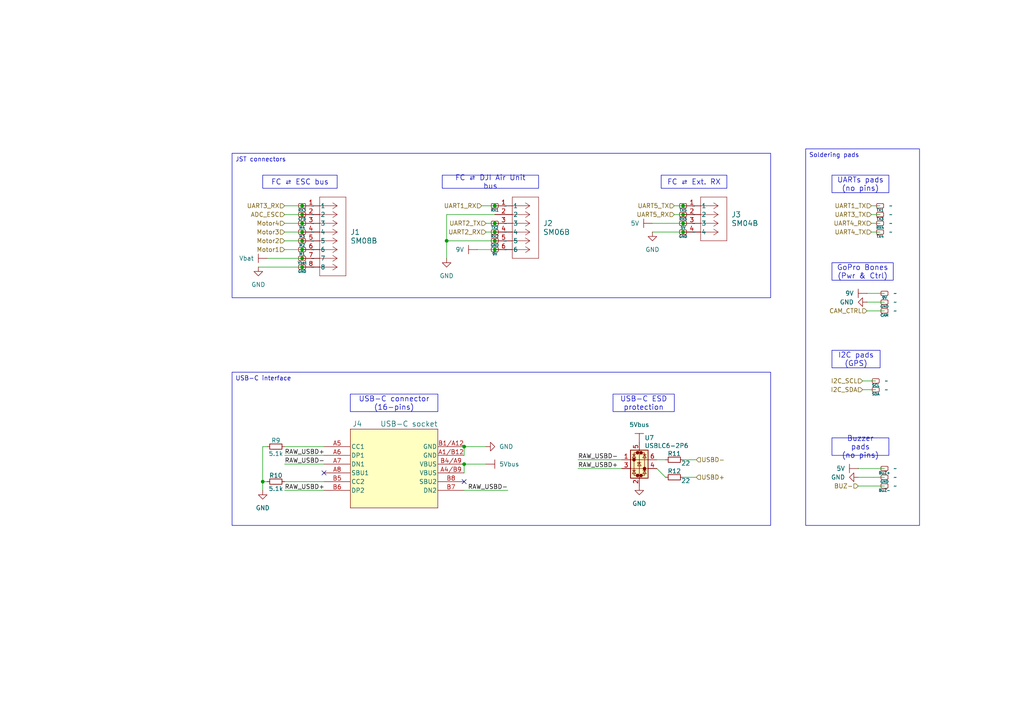
<source format=kicad_sch>
(kicad_sch (version 20231120) (generator "eeschema") (generator_version "8.0")
  (paper "A4")
  (title_block (title "Connectors") (date "2024-07-19") (rev "0.1") (company "https://github.com/Lpwlk/AetherStack") (comment 1 "Loïc Pawlicki"))
  (lib_symbols
    (symbol "MyLib:5V" (power) (pin_numbers hide) (pin_names (offset 0) hide)
      (property "Value" "5V" (at 0 3.81 0))
      (symbol "5V_0_1"
        (polyline (pts (xy -1.27 2.54) (xy 1.27 2.54)))
        (polyline (pts (xy 0 0) (xy 0 2.54)))
      )
      (symbol "5V_1_1"
        (pin power_in line (at 0 0 90) (length 0) (name "~") (number "1"))
      )
    )
    (symbol "MyLib:5Vbus" (power) (pin_numbers hide) (pin_names (offset 0) hide)
      (property "Value" "5Vbus" (at 0 3.81 0))
      (symbol "5Vbus_0_1"
        (polyline (pts (xy -1.27 2.54) (xy 1.27 2.54)))
        (polyline (pts (xy 0 0) (xy 0 2.54)))
      )
      (symbol "5Vbus_1_1"
        (pin power_in line (at 0 0 90) (length 0) (name "~") (number "1"))
      )
    )
    (symbol "MyLib:9V" (power) (pin_numbers hide) (pin_names (offset 0) hide)
      (property "Value" "9V" (at 0 3.81 0))
      (symbol "9V_0_1"
        (polyline (pts (xy -1.27 2.54) (xy 1.27 2.54)))
        (polyline (pts (xy 0 0) (xy 0 2.54)))
      )
      (symbol "9V_1_1"
        (pin power_in line (at 0 0 90) (length 0) (name "~") (number "1"))
      )
    )
    (symbol "MyLib:GND" (power) (pin_numbers hide) (pin_names (offset 0) hide)
      (property "Value" "GND" (at 0 -3.81 0))
      (symbol "GND_0_1"
        (polyline (pts (xy 0 0) (xy 0 -1.27) (xy 1.27 -1.27) (xy 0 -2.54) (xy -1.27 -1.27) (xy 0 -1.27)))
      )
      (symbol "GND_1_1"
        (pin power_in line (at 0 0 270) (length 0) (name "~") (number "1"))
      )
    )
    (symbol "MyLib:R" (pin_numbers hide) (pin_names (offset 0.254) hide)
      (property "Reference" "R" (at 0.762 0.508 0))
      (property "Value" "10k" (at 0.762 -1.016 0))
      (symbol "R_0_1"
        (rectangle (start -0.762 1.778) (end 0.762 -1.778) (stroke (width 0.2032)))
      )
      (symbol "R_1_1"
        (pin passive line (at 0 2.54 270) (length 0.762) (name "~") (number "1"))
        (pin passive line (at 0 -2.54 90) (length 0.762) (name "~") (number "2"))
      )
    )
    (symbol "MyLib:SM04B" (pin_names (offset 0.254))
      (property "Reference" "J" (at 8.89 6.35 0))
      (property "Value" "SM04B" (at 0 0 0))
      (symbol "SM04B_1_1"
        (polyline (pts (xy 5.08 -10.16) (xy 12.7 -10.16)) (stroke (width 0.127)))
        (polyline (pts (xy 5.08 2.54) (xy 5.08 -10.16)) (stroke (width 0.127)))
        (polyline (pts (xy 10.16 -7.62) (xy 5.08 -7.62)) (stroke (width 0.127)))
        (polyline (pts (xy 10.16 -7.62) (xy 8.89 -8.4667)) (stroke (width 0.127)))
        (polyline (pts (xy 10.16 -7.62) (xy 8.89 -6.7733)) (stroke (width 0.127)))
        (polyline (pts (xy 10.16 -5.08) (xy 5.08 -5.08)) (stroke (width 0.127)))
        (polyline (pts (xy 10.16 -5.08) (xy 8.89 -5.9267)) (stroke (width 0.127)))
        (polyline (pts (xy 10.16 -5.08) (xy 8.89 -4.2333)) (stroke (width 0.127)))
        (polyline (pts (xy 10.16 -2.54) (xy 5.08 -2.54)) (stroke (width 0.127)))
        (polyline (pts (xy 10.16 -2.54) (xy 8.89 -3.3867)) (stroke (width 0.127)))
        (polyline (pts (xy 10.16 -2.54) (xy 8.89 -1.6933)) (stroke (width 0.127)))
        (polyline (pts (xy 10.16 0) (xy 5.08 0)) (stroke (width 0.127)))
        (polyline (pts (xy 10.16 0) (xy 8.89 -0.8467)) (stroke (width 0.127)))
        (polyline (pts (xy 10.16 0) (xy 8.89 0.8467)) (stroke (width 0.127)))
        (polyline (pts (xy 12.7 -10.16) (xy 12.7 2.54)) (stroke (width 0.127)))
        (polyline (pts (xy 12.7 2.54) (xy 5.08 2.54)) (stroke (width 0.127)))
        (pin unspecified line (at 0 0 0) (length 5.08) (name "1") (number "1"))
        (pin unspecified line (at 0 -2.54 0) (length 5.08) (name "2") (number "2"))
        (pin unspecified line (at 0 -5.08 0) (length 5.08) (name "3") (number "3"))
        (pin unspecified line (at 0 -7.62 0) (length 5.08) (name "4") (number "4"))
      )
      (symbol "SM04B_1_2"
        (polyline (pts (xy 5.08 -10.16) (xy 12.7 -10.16)) (stroke (width 0.127)))
        (polyline (pts (xy 5.08 2.54) (xy 5.08 -10.16)) (stroke (width 0.127)))
        (polyline (pts (xy 7.62 -7.62) (xy 5.08 -7.62)) (stroke (width 0.127)))
        (polyline (pts (xy 7.62 -7.62) (xy 8.89 -8.4667)) (stroke (width 0.127)))
        (polyline (pts (xy 7.62 -7.62) (xy 8.89 -6.7733)) (stroke (width 0.127)))
        (polyline (pts (xy 7.62 -5.08) (xy 5.08 -5.08)) (stroke (width 0.127)))
        (polyline (pts (xy 7.62 -5.08) (xy 8.89 -5.9267)) (stroke (width 0.127)))
        (polyline (pts (xy 7.62 -5.08) (xy 8.89 -4.2333)) (stroke (width 0.127)))
        (polyline (pts (xy 7.62 -2.54) (xy 5.08 -2.54)) (stroke (width 0.127)))
        (polyline (pts (xy 7.62 -2.54) (xy 8.89 -3.3867)) (stroke (width 0.127)))
        (polyline (pts (xy 7.62 -2.54) (xy 8.89 -1.6933)) (stroke (width 0.127)))
        (polyline (pts (xy 7.62 0) (xy 5.08 0)) (stroke (width 0.127)))
        (polyline (pts (xy 7.62 0) (xy 8.89 -0.8467)) (stroke (width 0.127)))
        (polyline (pts (xy 7.62 0) (xy 8.89 0.8467)) (stroke (width 0.127)))
        (polyline (pts (xy 12.7 -10.16) (xy 12.7 2.54)) (stroke (width 0.127)))
        (polyline (pts (xy 12.7 2.54) (xy 5.08 2.54)) (stroke (width 0.127)))
        (pin unspecified line (at 0 0 0) (length 5.08) (name "1") (number "1"))
        (pin unspecified line (at 0 -2.54 0) (length 5.08) (name "2") (number "2"))
        (pin unspecified line (at 0 -5.08 0) (length 5.08) (name "3") (number "3"))
        (pin unspecified line (at 0 -7.62 0) (length 5.08) (name "4") (number "4"))
      )
    )
    (symbol "MyLib:SM06B" (pin_names (offset 0.254))
      (property "Reference" "J" (at 8.89 6.35 0))
      (property "Value" "SM06B" (at 0 0 0))
      (symbol "SM06B_1_1"
        (polyline (pts (xy 5.08 -15.24) (xy 12.7 -15.24)) (stroke (width 0.127)))
        (polyline (pts (xy 5.08 2.54) (xy 5.08 -15.24)) (stroke (width 0.127)))
        (polyline (pts (xy 10.16 -12.7) (xy 5.08 -12.7)) (stroke (width 0.127)))
        (polyline (pts (xy 10.16 -12.7) (xy 8.89 -13.5467)) (stroke (width 0.127)))
        (polyline (pts (xy 10.16 -12.7) (xy 8.89 -11.8533)) (stroke (width 0.127)))
        (polyline (pts (xy 10.16 -10.16) (xy 5.08 -10.16)) (stroke (width 0.127)))
        (polyline (pts (xy 10.16 -10.16) (xy 8.89 -11.0067)) (stroke (width 0.127)))
        (polyline (pts (xy 10.16 -10.16) (xy 8.89 -9.3133)) (stroke (width 0.127)))
        (polyline (pts (xy 10.16 -7.62) (xy 5.08 -7.62)) (stroke (width 0.127)))
        (polyline (pts (xy 10.16 -7.62) (xy 8.89 -8.4667)) (stroke (width 0.127)))
        (polyline (pts (xy 10.16 -7.62) (xy 8.89 -6.7733)) (stroke (width 0.127)))
        (polyline (pts (xy 10.16 -5.08) (xy 5.08 -5.08)) (stroke (width 0.127)))
        (polyline (pts (xy 10.16 -5.08) (xy 8.89 -5.9267)) (stroke (width 0.127)))
        (polyline (pts (xy 10.16 -5.08) (xy 8.89 -4.2333)) (stroke (width 0.127)))
        (polyline (pts (xy 10.16 -2.54) (xy 5.08 -2.54)) (stroke (width 0.127)))
        (polyline (pts (xy 10.16 -2.54) (xy 8.89 -3.3867)) (stroke (width 0.127)))
        (polyline (pts (xy 10.16 -2.54) (xy 8.89 -1.6933)) (stroke (width 0.127)))
        (polyline (pts (xy 10.16 0) (xy 5.08 0)) (stroke (width 0.127)))
        (polyline (pts (xy 10.16 0) (xy 8.89 -0.8467)) (stroke (width 0.127)))
        (polyline (pts (xy 10.16 0) (xy 8.89 0.8467)) (stroke (width 0.127)))
        (polyline (pts (xy 12.7 -15.24) (xy 12.7 2.54)) (stroke (width 0.127)))
        (polyline (pts (xy 12.7 2.54) (xy 5.08 2.54)) (stroke (width 0.127)))
        (pin unspecified line (at 0 0 0) (length 5.08) (name "1") (number "1"))
        (pin unspecified line (at 0 -2.54 0) (length 5.08) (name "2") (number "2"))
        (pin unspecified line (at 0 -5.08 0) (length 5.08) (name "3") (number "3"))
        (pin unspecified line (at 0 -7.62 0) (length 5.08) (name "4") (number "4"))
        (pin unspecified line (at 0 -10.16 0) (length 5.08) (name "5") (number "5"))
        (pin unspecified line (at 0 -12.7 0) (length 5.08) (name "6") (number "6"))
      )
      (symbol "SM06B_1_2"
        (polyline (pts (xy 5.08 -15.24) (xy 12.7 -15.24)) (stroke (width 0.127)))
        (polyline (pts (xy 5.08 2.54) (xy 5.08 -15.24)) (stroke (width 0.127)))
        (polyline (pts (xy 7.62 -12.7) (xy 5.08 -12.7)) (stroke (width 0.127)))
        (polyline (pts (xy 7.62 -12.7) (xy 8.89 -13.5467)) (stroke (width 0.127)))
        (polyline (pts (xy 7.62 -12.7) (xy 8.89 -11.8533)) (stroke (width 0.127)))
        (polyline (pts (xy 7.62 -10.16) (xy 5.08 -10.16)) (stroke (width 0.127)))
        (polyline (pts (xy 7.62 -10.16) (xy 8.89 -11.0067)) (stroke (width 0.127)))
        (polyline (pts (xy 7.62 -10.16) (xy 8.89 -9.3133)) (stroke (width 0.127)))
        (polyline (pts (xy 7.62 -7.62) (xy 5.08 -7.62)) (stroke (width 0.127)))
        (polyline (pts (xy 7.62 -7.62) (xy 8.89 -8.4667)) (stroke (width 0.127)))
        (polyline (pts (xy 7.62 -7.62) (xy 8.89 -6.7733)) (stroke (width 0.127)))
        (polyline (pts (xy 7.62 -5.08) (xy 5.08 -5.08)) (stroke (width 0.127)))
        (polyline (pts (xy 7.62 -5.08) (xy 8.89 -5.9267)) (stroke (width 0.127)))
        (polyline (pts (xy 7.62 -5.08) (xy 8.89 -4.2333)) (stroke (width 0.127)))
        (polyline (pts (xy 7.62 -2.54) (xy 5.08 -2.54)) (stroke (width 0.127)))
        (polyline (pts (xy 7.62 -2.54) (xy 8.89 -3.3867)) (stroke (width 0.127)))
        (polyline (pts (xy 7.62 -2.54) (xy 8.89 -1.6933)) (stroke (width 0.127)))
        (polyline (pts (xy 7.62 0) (xy 5.08 0)) (stroke (width 0.127)))
        (polyline (pts (xy 7.62 0) (xy 8.89 -0.8467)) (stroke (width 0.127)))
        (polyline (pts (xy 7.62 0) (xy 8.89 0.8467)) (stroke (width 0.127)))
        (polyline (pts (xy 12.7 -15.24) (xy 12.7 2.54)) (stroke (width 0.127)))
        (polyline (pts (xy 12.7 2.54) (xy 5.08 2.54)) (stroke (width 0.127)))
        (pin unspecified line (at 0 0 0) (length 5.08) (name "1") (number "1"))
        (pin unspecified line (at 0 -2.54 0) (length 5.08) (name "2") (number "2"))
        (pin unspecified line (at 0 -5.08 0) (length 5.08) (name "3") (number "3"))
        (pin unspecified line (at 0 -7.62 0) (length 5.08) (name "4") (number "4"))
        (pin unspecified line (at 0 -10.16 0) (length 5.08) (name "5") (number "5"))
        (pin unspecified line (at 0 -12.7 0) (length 5.08) (name "6") (number "6"))
      )
    )
    (symbol "MyLib:SM08B" (pin_names (offset 0.254))
      (property "Reference" "J" (at 8.89 6.35 0))
      (property "Value" "SM08B" (at 0 0 0))
      (symbol "SM08B_1_1"
        (polyline (pts (xy 5.08 -20.32) (xy 12.7 -20.32)) (stroke (width 0.127)))
        (polyline (pts (xy 5.08 2.54) (xy 5.08 -20.32)) (stroke (width 0.127)))
        (polyline (pts (xy 10.16 -17.78) (xy 5.08 -17.78)) (stroke (width 0.127)))
        (polyline (pts (xy 10.16 -17.78) (xy 8.89 -18.6267)) (stroke (width 0.127)))
        (polyline (pts (xy 10.16 -17.78) (xy 8.89 -16.9333)) (stroke (width 0.127)))
        (polyline (pts (xy 10.16 -15.24) (xy 5.08 -15.24)) (stroke (width 0.127)))
        (polyline (pts (xy 10.16 -15.24) (xy 8.89 -16.0867)) (stroke (width 0.127)))
        (polyline (pts (xy 10.16 -15.24) (xy 8.89 -14.3933)) (stroke (width 0.127)))
        (polyline (pts (xy 10.16 -12.7) (xy 5.08 -12.7)) (stroke (width 0.127)))
        (polyline (pts (xy 10.16 -12.7) (xy 8.89 -13.5467)) (stroke (width 0.127)))
        (polyline (pts (xy 10.16 -12.7) (xy 8.89 -11.8533)) (stroke (width 0.127)))
        (polyline (pts (xy 10.16 -10.16) (xy 5.08 -10.16)) (stroke (width 0.127)))
        (polyline (pts (xy 10.16 -10.16) (xy 8.89 -11.0067)) (stroke (width 0.127)))
        (polyline (pts (xy 10.16 -10.16) (xy 8.89 -9.3133)) (stroke (width 0.127)))
        (polyline (pts (xy 10.16 -7.62) (xy 5.08 -7.62)) (stroke (width 0.127)))
        (polyline (pts (xy 10.16 -7.62) (xy 8.89 -8.4667)) (stroke (width 0.127)))
        (polyline (pts (xy 10.16 -7.62) (xy 8.89 -6.7733)) (stroke (width 0.127)))
        (polyline (pts (xy 10.16 -5.08) (xy 5.08 -5.08)) (stroke (width 0.127)))
        (polyline (pts (xy 10.16 -5.08) (xy 8.89 -5.9267)) (stroke (width 0.127)))
        (polyline (pts (xy 10.16 -5.08) (xy 8.89 -4.2333)) (stroke (width 0.127)))
        (polyline (pts (xy 10.16 -2.54) (xy 5.08 -2.54)) (stroke (width 0.127)))
        (polyline (pts (xy 10.16 -2.54) (xy 8.89 -3.3867)) (stroke (width 0.127)))
        (polyline (pts (xy 10.16 -2.54) (xy 8.89 -1.6933)) (stroke (width 0.127)))
        (polyline (pts (xy 10.16 0) (xy 5.08 0)) (stroke (width 0.127)))
        (polyline (pts (xy 10.16 0) (xy 8.89 -0.8467)) (stroke (width 0.127)))
        (polyline (pts (xy 10.16 0) (xy 8.89 0.8467)) (stroke (width 0.127)))
        (polyline (pts (xy 12.7 -20.32) (xy 12.7 2.54)) (stroke (width 0.127)))
        (polyline (pts (xy 12.7 2.54) (xy 5.08 2.54)) (stroke (width 0.127)))
        (pin unspecified line (at 0 0 0) (length 5.08) (name "1") (number "1"))
        (pin unspecified line (at 0 -2.54 0) (length 5.08) (name "2") (number "2"))
        (pin unspecified line (at 0 -5.08 0) (length 5.08) (name "3") (number "3"))
        (pin unspecified line (at 0 -7.62 0) (length 5.08) (name "4") (number "4"))
        (pin unspecified line (at 0 -10.16 0) (length 5.08) (name "5") (number "5"))
        (pin unspecified line (at 0 -12.7 0) (length 5.08) (name "6") (number "6"))
        (pin unspecified line (at 0 -15.24 0) (length 5.08) (name "7") (number "7"))
        (pin unspecified line (at 0 -17.78 0) (length 5.08) (name "8") (number "8"))
      )
      (symbol "SM08B_1_2"
        (polyline (pts (xy 5.08 -20.32) (xy 12.7 -20.32)) (stroke (width 0.127)))
        (polyline (pts (xy 5.08 2.54) (xy 5.08 -20.32)) (stroke (width 0.127)))
        (polyline (pts (xy 7.62 -17.78) (xy 5.08 -17.78)) (stroke (width 0.127)))
        (polyline (pts (xy 7.62 -17.78) (xy 8.89 -18.6267)) (stroke (width 0.127)))
        (polyline (pts (xy 7.62 -17.78) (xy 8.89 -16.9333)) (stroke (width 0.127)))
        (polyline (pts (xy 7.62 -15.24) (xy 5.08 -15.24)) (stroke (width 0.127)))
        (polyline (pts (xy 7.62 -15.24) (xy 8.89 -16.0867)) (stroke (width 0.127)))
        (polyline (pts (xy 7.62 -15.24) (xy 8.89 -14.3933)) (stroke (width 0.127)))
        (polyline (pts (xy 7.62 -12.7) (xy 5.08 -12.7)) (stroke (width 0.127)))
        (polyline (pts (xy 7.62 -12.7) (xy 8.89 -13.5467)) (stroke (width 0.127)))
        (polyline (pts (xy 7.62 -12.7) (xy 8.89 -11.8533)) (stroke (width 0.127)))
        (polyline (pts (xy 7.62 -10.16) (xy 5.08 -10.16)) (stroke (width 0.127)))
        (polyline (pts (xy 7.62 -10.16) (xy 8.89 -11.0067)) (stroke (width 0.127)))
        (polyline (pts (xy 7.62 -10.16) (xy 8.89 -9.3133)) (stroke (width 0.127)))
        (polyline (pts (xy 7.62 -7.62) (xy 5.08 -7.62)) (stroke (width 0.127)))
        (polyline (pts (xy 7.62 -7.62) (xy 8.89 -8.4667)) (stroke (width 0.127)))
        (polyline (pts (xy 7.62 -7.62) (xy 8.89 -6.7733)) (stroke (width 0.127)))
        (polyline (pts (xy 7.62 -5.08) (xy 5.08 -5.08)) (stroke (width 0.127)))
        (polyline (pts (xy 7.62 -5.08) (xy 8.89 -5.9267)) (stroke (width 0.127)))
        (polyline (pts (xy 7.62 -5.08) (xy 8.89 -4.2333)) (stroke (width 0.127)))
        (polyline (pts (xy 7.62 -2.54) (xy 5.08 -2.54)) (stroke (width 0.127)))
        (polyline (pts (xy 7.62 -2.54) (xy 8.89 -3.3867)) (stroke (width 0.127)))
        (polyline (pts (xy 7.62 -2.54) (xy 8.89 -1.6933)) (stroke (width 0.127)))
        (polyline (pts (xy 7.62 0) (xy 5.08 0)) (stroke (width 0.127)))
        (polyline (pts (xy 7.62 0) (xy 8.89 -0.8467)) (stroke (width 0.127)))
        (polyline (pts (xy 7.62 0) (xy 8.89 0.8467)) (stroke (width 0.127)))
        (polyline (pts (xy 12.7 -20.32) (xy 12.7 2.54)) (stroke (width 0.127)))
        (polyline (pts (xy 12.7 2.54) (xy 5.08 2.54)) (stroke (width 0.127)))
        (pin unspecified line (at 0 0 0) (length 5.08) (name "1") (number "1"))
        (pin unspecified line (at 0 -2.54 0) (length 5.08) (name "2") (number "2"))
        (pin unspecified line (at 0 -5.08 0) (length 5.08) (name "3") (number "3"))
        (pin unspecified line (at 0 -7.62 0) (length 5.08) (name "4") (number "4"))
        (pin unspecified line (at 0 -10.16 0) (length 5.08) (name "5") (number "5"))
        (pin unspecified line (at 0 -12.7 0) (length 5.08) (name "6") (number "6"))
        (pin unspecified line (at 0 -15.24 0) (length 5.08) (name "7") (number "7"))
        (pin unspecified line (at 0 -17.78 0) (length 5.08) (name "8") (number "8"))
      )
    )
    (symbol "MyLib:SolderPad"
      (property "Reference" "P" (at 0 -1.27 0))
      (symbol "SolderPad_0_1"
        (arc (start -1.0219 -0.3775) (mid -0.9475 -0.5571) (end -0.7679 -0.6315))
        (arc (start -0.7679 0.6385) (mid -0.9475 0.5641) (end -1.0219 0.3845))
        (polyline (pts (xy -1.0219 0.3845) (xy -1.0219 -0.3775)))
        (polyline (pts (xy -0.7679 -0.6315) (xy 0.7561 -0.6315)))
        (polyline (pts (xy -0.7679 0.6385) (xy 0.7561 0.6385)))
        (polyline (pts (xy 1.0101 0.3845) (xy 1.0101 -0.3775)))
        (arc (start 0.7561 -0.6315) (mid 0.9357 -0.5571) (end 1.0101 -0.3775))
        (arc (start 1.0101 0.3845) (mid 0.9357 0.5641) (end 0.7561 0.6385))
      )
      (symbol "SolderPad_1_1"
        (pin passive line (at 0 0 0) (length 0) hide (name "") (number "1"))
      )
    )
    (symbol "MyLib:USB-C" (pin_names (offset 0.254))
      (property "Reference" "J" (at 20.32 10.16 0))
      (property "Value" "USB-C socket" (at 20.32 7.62 0))
      (symbol "USB-C_0_1"
        (pin power_out line (at 40.64 -2.54 180) (length 7.62) (name "GND") (number "A1/B12"))
        (pin power_in line (at 40.64 -7.62 180) (length 7.62) (name "VBUS") (number "A4/B9"))
        (pin bidirectional line (at 0 0 0) (length 7.62) (name "CC1") (number "A5"))
        (pin bidirectional line (at 0 -2.54 0) (length 7.62) (name "DP1") (number "A6"))
        (pin bidirectional line (at 0 -5.08 0) (length 7.62) (name "DN1") (number "A7"))
        (pin bidirectional line (at 0 -7.62 0) (length 7.62) (name "SBU1") (number "A8"))
        (pin power_out line (at 40.64 0 180) (length 7.62) (name "GND") (number "B1/A12"))
        (pin power_in line (at 40.64 -5.08 180) (length 7.62) (name "VBUS") (number "B4/A9"))
        (pin bidirectional line (at 0 -10.16 0) (length 7.62) (name "CC2") (number "B5"))
        (pin bidirectional line (at 0 -12.7 0) (length 7.62) (name "DP2") (number "B6"))
        (pin bidirectional line (at 40.64 -12.7 180) (length 7.62) (name "DN2") (number "B7"))
        (pin bidirectional line (at 40.64 -10.16 180) (length 7.62) (name "SBU2") (number "B8"))
      )
      (symbol "USB-C_1_1"
        (rectangle (start 7.62 5.08) (end 33.02 -17.78) (fill (type background)))
      )
    )
    (symbol "MyLib:Vbat" (power) (pin_numbers hide) (pin_names (offset 0) hide)
      (property "Value" "Vbat" (at 0 3.81 0))
      (symbol "Vbat_0_1"
        (polyline (pts (xy -1.27 2.54) (xy 1.27 2.54)))
        (polyline (pts (xy 0 0) (xy 0 2.54)))
      )
      (symbol "Vbat_1_1"
        (pin power_in line (at 0 0 90) (length 0) (name "~") (number "1"))
      )
    )
    (symbol "Power_Protection:USBLC6-2P6" (pin_names hide)
      (property "Reference" "U" (at 0.635 5.715 0))
      (property "Value" "USBLC6-2P6" (at 0.635 3.81 0))
      (symbol "USBLC6-2P6_0_0"
        (circle (center -1.524 0) (radius 0.0001) (stroke (width 0.508)))
        (circle (center -0.508 -4.572) (radius 0.0001) (stroke (width 0.508)))
        (circle (center -0.508 2.032) (radius 0.0001) (stroke (width 0.508)))
        (circle (center 0.508 -4.572) (radius 0.0001) (stroke (width 0.508)))
        (circle (center 0.508 2.032) (radius 0.0001) (stroke (width 0.508)))
        (circle (center 1.524 -2.54) (radius 0.0001) (stroke (width 0.508)))
      )
      (symbol "USBLC6-2P6_0_1"
        (polyline (pts (xy -2.54 -2.54) (xy 2.54 -2.54)))
        (polyline (pts (xy -2.54 0) (xy 2.54 0)))
        (polyline (pts (xy -2.032 -3.048) (xy -1.016 -3.048)))
        (polyline (pts (xy -1.016 1.524) (xy -2.032 1.524)))
        (polyline (pts (xy 1.016 -3.048) (xy 2.032 -3.048)))
        (polyline (pts (xy 1.016 1.524) (xy 2.032 1.524)))
        (polyline (pts (xy -0.508 -1.143) (xy -0.508 -0.762) (xy 0.508 -0.762)))
        (polyline (pts (xy -2.032 0.508) (xy -1.016 0.508) (xy -1.524 1.524) (xy -2.032 0.508)))
        (polyline (pts (xy -1.016 -4.064) (xy -2.032 -4.064) (xy -1.524 -3.048) (xy -1.016 -4.064)))
        (polyline (pts (xy 0.508 -1.778) (xy -0.508 -1.778) (xy 0 -0.762) (xy 0.508 -1.778)))
        (polyline (pts (xy 2.032 -4.064) (xy 1.016 -4.064) (xy 1.524 -3.048) (xy 2.032 -4.064)))
        (polyline (pts (xy 2.032 0.508) (xy 1.016 0.508) (xy 1.524 1.524) (xy 2.032 0.508)))
        (polyline (pts (xy 0 2.54) (xy -0.508 2.032) (xy 0.508 2.032) (xy 0 1.524) (xy 0 -4.064) (xy -0.508 -4.572) (xy 0.508 -4.572) (xy 0 -5.08)))
      )
      (symbol "USBLC6-2P6_1_1"
        (rectangle (start -2.54 2.794) (end 2.54 -5.334) (stroke (width 0.254)) (fill (type background)))
        (polyline (pts (xy -0.508 2.032) (xy -1.524 2.032) (xy -1.524 -4.572) (xy -0.508 -4.572)))
        (polyline (pts (xy 0.508 -4.572) (xy 1.524 -4.572) (xy 1.524 2.032) (xy 0.508 2.032)))
        (pin passive line (at -5.08 0 0) (length 2.54) (name "I/O1") (number "1"))
        (pin passive line (at 0 -7.62 90) (length 2.54) (name "GND") (number "2"))
        (pin passive line (at -5.08 -2.54 0) (length 2.54) (name "I/O2") (number "3"))
        (pin passive line (at 5.08 -2.54 180) (length 2.54) (name "I/O2") (number "4"))
        (pin passive line (at 0 5.08 270) (length 2.54) (name "VBUS") (number "5"))
        (pin passive line (at 5.08 0 180) (length 2.54) (name "I/O1") (number "6"))
      )
    )
  )
  (junction (at 87.63 74.93))
  (junction (at 87.63 77.47))
  (junction (at 87.63 72.39))
  (junction (at 198.12 67.31))
  (junction (at 87.63 59.69))
  (junction (at 143.51 59.69))
  (junction (at 143.51 69.85))
  (junction (at 87.63 67.31))
  (junction (at 143.51 72.39))
  (junction (at 87.63 64.77))
  (junction (at 134.62 129.54))
  (junction (at 134.62 134.62))
  (junction (at 76.2 139.7))
  (junction (at 129.54 69.85))
  (junction (at 87.63 69.85))
  (junction (at 143.51 64.77))
  (junction (at 198.12 59.69))
  (junction (at 87.63 62.23))
  (junction (at 198.12 64.77))
  (junction (at 143.51 67.31))
  (junction (at 198.12 62.23))
  (no_connect (at 134.62 139.7))
  (no_connect (at 93.98 137.16))
  (wire (pts (xy 140.97 64.77) (xy 143.51 64.77)))
  (wire (pts (xy 82.55 134.62) (xy 93.98 134.62)))
  (wire (pts (xy 248.92 138.43) (xy 256.54 138.43)))
  (wire (pts (xy 195.58 59.69) (xy 198.12 59.69)))
  (wire (pts (xy 198.12 133.35) (xy 201.93 133.35)))
  (wire (pts (xy 129.54 69.85) (xy 129.54 74.93)))
  (wire (pts (xy 248.92 135.89) (xy 256.54 135.89)))
  (wire (pts (xy 252.73 67.31) (xy 255.27 67.31)))
  (wire (pts (xy 82.55 59.69) (xy 87.63 59.69)))
  (wire (pts (xy 190.5 133.35) (xy 193.04 133.35)))
  (wire (pts (xy 134.62 134.62) (xy 140.97 134.62)))
  (wire (pts (xy 82.55 142.24) (xy 93.98 142.24)))
  (wire (pts (xy 189.23 64.77) (xy 198.12 64.77)))
  (wire (pts (xy 129.54 62.23) (xy 143.51 62.23)))
  (wire (pts (xy 248.92 140.97) (xy 256.54 140.97)))
  (wire (pts (xy 134.62 129.54) (xy 134.62 132.08)))
  (wire (pts (xy 77.47 74.93) (xy 87.63 74.93)))
  (wire (pts (xy 82.55 129.54) (xy 93.98 129.54)))
  (wire (pts (xy 82.55 132.08) (xy 93.98 132.08)))
  (wire (pts (xy 138.43 72.39) (xy 143.51 72.39)))
  (wire (pts (xy 134.62 134.62) (xy 134.62 137.16)))
  (wire (pts (xy 74.93 77.47) (xy 87.63 77.47)))
  (wire (pts (xy 143.51 69.85) (xy 129.54 69.85)))
  (wire (pts (xy 252.73 59.69) (xy 255.27 59.69)))
  (wire (pts (xy 139.7 59.69) (xy 143.51 59.69)))
  (wire (pts (xy 252.73 62.23) (xy 255.27 62.23)))
  (wire (pts (xy 82.55 69.85) (xy 87.63 69.85)))
  (wire (pts (xy 82.55 62.23) (xy 87.63 62.23)))
  (wire (pts (xy 82.55 67.31) (xy 87.63 67.31)))
  (wire (pts (xy 195.58 62.23) (xy 198.12 62.23)))
  (wire (pts (xy 134.62 129.54) (xy 140.97 129.54)))
  (wire (pts (xy 198.12 138.43) (xy 201.93 138.43)))
  (wire (pts (xy 140.97 67.31) (xy 143.51 67.31)))
  (wire (pts (xy 76.2 142.24) (xy 76.2 139.7)))
  (wire (pts (xy 134.62 142.24) (xy 147.32 142.24)))
  (wire (pts (xy 82.55 139.7) (xy 93.98 139.7)))
  (wire (pts (xy 82.55 72.39) (xy 87.63 72.39)))
  (wire (pts (xy 129.54 62.23) (xy 129.54 69.85)))
  (wire (pts (xy 82.55 64.77) (xy 87.63 64.77)))
  (wire (pts (xy 252.73 64.77) (xy 255.27 64.77)))
  (wire (pts (xy 251.46 90.17) (xy 256.54 90.17)))
  (wire (pts (xy 76.2 129.54) (xy 76.2 139.7)))
  (wire (pts (xy 251.46 85.09) (xy 256.54 85.09)))
  (wire (pts (xy 167.64 133.35) (xy 180.34 133.35)))
  (wire (pts (xy 189.23 67.31) (xy 198.12 67.31)))
  (wire (pts (xy 76.2 129.54) (xy 77.47 129.54)))
  (wire (pts (xy 250.19 110.49) (xy 254 110.49)))
  (wire (pts (xy 250.19 113.03) (xy 254 113.03)))
  (wire (pts (xy 190.5 135.89) (xy 193.04 138.43)))
  (wire (pts (xy 76.2 139.7) (xy 77.47 139.7)))
  (wire (pts (xy 251.46 87.63) (xy 256.54 87.63)))
  (wire (pts (xy 167.64 135.89) (xy 180.34 135.89)))
  (text_box "FC ⇄ Ext. RX" (at 191.77 50.8 0) (size 19.05 3.81) (effects (font (size 1.524 1.524))))
  (text_box "UARTs pads\n(no pins)\n" (at 241.3 50.8 0) (size 16.51 5.08) (effects (font (size 1.524 1.524))))
  (text_box "Soldering pads" (at 233.68 43.18 0) (size 33.02 109.22) (effects (font (size 1.27 1.27)) (justify left top)))
  (text_box "USB-C connector\n(16-pins)" (at 101.6 114.3 0) (size 25.4 5.08) (effects (font (size 1.524 1.524))))
  (text_box "Buzzer pads\n(no pins)" (at 241.3 127 0) (size 16.51 5.08) (effects (font (size 1.524 1.524))))
  (text_box "JST connectors" (at 67.31 44.45 0) (size 156.21 41.91) (effects (font (size 1.27 1.27)) (justify left top)))
  (text_box "USB-C ESD protection" (at 177.8 114.3 0) (size 17.78 5.08) (effects (font (size 1.524 1.524))))
  (text_box "USB-C interface" (at 67.31 107.95 0) (size 156.21 44.45) (effects (font (size 1.27 1.27)) (justify left top)))
  (text_box "FC ⇄ DJI Air Unit bus" (at 128.27 50.8 0) (size 27.94 3.81) (effects (font (size 1.524 1.524))))
  (text_box "FC ⇄ ESC bus" (at 76.2 50.8 0) (size 21.59 3.81) (effects (font (size 1.524 1.524))))
  (text_box "GoPro Bones (Pwr & Ctrl)" (at 241.3 76.2 0) (size 17.78 5.08) (effects (font (size 1.524 1.524))))
  (text_box "I2C pads (GPS)" (at 241.3 101.6 0) (size 13.97 5.08) (effects (font (size 1.524 1.524))))
  (label "RAW_USBD+" (at 167.64 135.89 0))
  (label "RAW_USBD-" (at 82.55 134.62 0))
  (label "RAW_USBD+" (at 82.55 132.08 0))
  (label "RAW_USBD+" (at 82.55 142.24 0))
  (label "RAW_USBD-" (at 167.64 133.35 0))
  (label "RAW_USBD-" (at 147.32 142.24 180))
  (hierarchical_label "I2C_SDA" (shape input) (at 250.19 113.03 180))
  (hierarchical_label "BUZ-" (shape input) (at 248.92 140.97 180))
  (hierarchical_label "Motor1" (shape input) (at 82.55 72.39 180))
  (hierarchical_label "UART1_TX" (shape input) (at 252.73 59.69 180))
  (hierarchical_label "UART3_TX" (shape input) (at 252.73 62.23 180))
  (hierarchical_label "USBD+" (shape input) (at 201.93 138.43 0))
  (hierarchical_label "UART2_TX" (shape input) (at 140.97 64.77 180))
  (hierarchical_label "I2C_SCL" (shape input) (at 250.19 110.49 180))
  (hierarchical_label "UART5_TX" (shape input) (at 195.58 59.69 180))
  (hierarchical_label "Motor3" (shape input) (at 82.55 67.31 180))
  (hierarchical_label "UART5_RX" (shape input) (at 195.58 62.23 180))
  (hierarchical_label "UART4_TX" (shape input) (at 252.73 67.31 180))
  (hierarchical_label "UART2_RX" (shape input) (at 140.97 67.31 180))
  (hierarchical_label "ADC_ESC" (shape input) (at 82.55 62.23 180))
  (hierarchical_label "USBD-" (shape input) (at 201.93 133.35 0))
  (hierarchical_label "UART1_RX" (shape input) (at 139.7 59.69 180))
  (hierarchical_label "Motor2" (shape input) (at 82.55 69.85 180))
  (hierarchical_label "CAM_CTRL" (shape input) (at 251.46 90.17 180))
  (hierarchical_label "UART3_RX" (shape input) (at 82.55 59.69 180))
  (hierarchical_label "Motor4" (shape input) (at 82.55 64.77 180))
  (hierarchical_label "UART4_RX" (shape input) (at 252.73 64.77 180))
  (symbol (lib_id "MyLib:SolderPad") (at 87.63 69.85 0) (unit 1)
    (property "Reference" "M2" (at 87.63 71.12 0) (effects (font (size 0.762 0.762))))
    (property "Value" "~" (at 90.17 69.8465 0) (effects (justify left)))
    (property "Footprint" "SolderWirePad_1x01_SMD_1x2mm" (effects (hide yes)))
    (property "Datasheet" "Homemade soldering pad symbol, no documentation" (effects (hide yes)))
    (property "Description" "Base 1x2mm soldering pad (JST connectors alternative)" (effects (hide yes)))
  )
  (symbol (lib_id "MyLib:SolderPad") (at 256.54 85.09 0) (unit 1)
    (property "Reference" "9V" (at 256.54 86.36 0) (effects (font (size 0.762 0.762))))
    (property "Value" "~" (at 259.08 85.0865 0) (effects (justify left)))
    (property "Footprint" "SolderWirePad_1x01_SMD_1x2mm" (effects (hide yes)))
    (property "Datasheet" "Homemade soldering pad symbol, no documentation" (effects (hide yes)))
    (property "Description" "Base 1x2mm soldering pad (JST connectors alternative)" (effects (hide yes)))
  )
  (symbol (lib_id "MyLib:SolderPad") (at 198.12 62.23 0) (unit 1)
    (property "Reference" "RX5" (at 198.12 63.5 0) (effects (font (size 0.762 0.762))))
    (property "Value" "~" (at 200.66 62.2265 0) (effects (justify left)))
    (property "Footprint" "SolderWirePad_1x01_SMD_1x2mm" (effects (hide yes)))
    (property "Datasheet" "Homemade soldering pad symbol, no documentation" (effects (hide yes)))
    (property "Description" "Base 1x2mm soldering pad (JST connectors alternative)" (effects (hide yes)))
  )
  (symbol (lib_id "MyLib:Vbat") (at 77.47 74.93 90) (unit 1)
    (property "Reference" "#PWR0115" (effects (hide yes)))
    (property "Value" "Vbat" (at 73.66 74.9299 90) (effects (justify left)))
    (property "Description" "Battery voltage power label (global)" (effects (hide yes)))
  )
  (symbol (lib_id "MyLib:SolderPad") (at 143.51 59.69 0) (unit 1)
    (property "Reference" "RX1" (at 143.51 60.96 0) (effects (font (size 0.762 0.762))))
    (property "Value" "~" (at 146.05 59.6865 0) (effects (justify left)))
    (property "Footprint" "SolderWirePad_1x01_SMD_1x2mm" (effects (hide yes)))
    (property "Datasheet" "Homemade soldering pad symbol, no documentation" (effects (hide yes)))
    (property "Description" "Base 1x2mm soldering pad (JST connectors alternative)" (effects (hide yes)))
  )
  (symbol (lib_id "MyLib:GND") (at 251.46 87.63 270) (unit 1)
    (property "Reference" "#PWR030" (effects (hide yes)))
    (property "Value" "GND" (at 247.65 87.6299 90) (effects (justify right)))
    (property "Description" "GND power label (global)" (effects (hide yes)))
  )
  (symbol (lib_id "MyLib:SolderPad") (at 198.12 59.69 0) (unit 1)
    (property "Reference" "TX5" (at 198.12 60.96 0) (effects (font (size 0.762 0.762))))
    (property "Value" "~" (at 200.66 59.6865 0) (effects (justify left)))
    (property "Footprint" "SolderWirePad_1x01_SMD_1x2mm" (effects (hide yes)))
    (property "Datasheet" "Homemade soldering pad symbol, no documentation" (effects (hide yes)))
    (property "Description" "Base 1x2mm soldering pad (JST connectors alternative)" (effects (hide yes)))
  )
  (symbol (lib_id "MyLib:SolderPad") (at 87.63 72.39 0) (unit 1)
    (property "Reference" "M1" (at 87.63 73.66 0) (effects (font (size 0.762 0.762))))
    (property "Value" "~" (at 90.17 72.3865 0) (effects (justify left)))
    (property "Footprint" "SolderWirePad_1x01_SMD_1x2mm" (effects (hide yes)))
    (property "Datasheet" "Homemade soldering pad symbol, no documentation" (effects (hide yes)))
    (property "Description" "Base 1x2mm soldering pad (JST connectors alternative)" (effects (hide yes)))
  )
  (symbol (lib_id "MyLib:GND") (at 248.92 138.43 270) (unit 1)
    (property "Reference" "#PWR026" (effects (hide yes)))
    (property "Value" "GND" (at 245.11 138.4299 90) (effects (justify right)))
    (property "Description" "GND power label (global)" (effects (hide yes)))
  )
  (symbol (lib_id "MyLib:SolderPad") (at 254 113.03 0) (unit 1)
    (property "Reference" "SDA" (at 254 114.3 0) (effects (font (size 0.762 0.762))))
    (property "Value" "~" (at 256.54 113.0265 0) (effects (justify left)))
    (property "Footprint" "Connector_Wire:SolderWirePad_1x01_SMD_1x2mm" (effects (hide yes)))
    (property "Datasheet" "Homemade soldering pad symbol, no documentation" (effects (hide yes)))
    (property "Description" "Base 1x2mm soldering pad (JST connectors alternative)" (effects (hide yes)))
  )
  (symbol (lib_id "MyLib:5Vbus") (at 185.42 128.27 0) (unit 1)
    (property "Reference" "#PWR02" (effects (hide yes)))
    (property "Value" "5Vbus" (at 185.42 123.19 0))
    (property "Description" "USB-C 5V power label (global)" (effects (hide yes)))
  )
  (symbol (lib_id "MyLib:USB-C") (at 93.98 129.54 0) (unit 1)
    (property "Reference" "J4" (at 103.632 122.936 0) (effects (font (size 1.524 1.524))))
    (property "Value" "USB-C socket" (at 118.618 122.936 0) (effects (font (size 1.524 1.524))))
    (property "Footprint" "2171790001_MOL" (effects (hide yes)))
    (property "Datasheet" "2171790001" (effects (hide yes)))
    (property "Description" "USB Connector, Socket, USB-C 2.0, Right Angle, Positions - 16, Molex" (effects (hide yes)))
  )
  (symbol (lib_id "MyLib:SolderPad") (at 256.54 135.89 0) (unit 1)
    (property "Reference" "BUZ+" (at 256.54 137.16 0) (effects (font (size 0.762 0.762))))
    (property "Value" "~" (at 259.08 135.8865 0) (effects (justify left)))
    (property "Footprint" "SolderWirePad_1x01_SMD_1x2mm" (effects (hide yes)))
    (property "Datasheet" "Homemade soldering pad symbol, no documentation" (effects (hide yes)))
    (property "Description" "Base 1x2mm soldering pad (JST connectors alternative)" (effects (hide yes)))
  )
  (symbol (lib_id "MyLib:SolderPad") (at 256.54 90.17 0) (unit 1)
    (property "Reference" "CAM" (at 256.54 91.44 0) (effects (font (size 0.762 0.762))))
    (property "Value" "~" (at 259.08 90.1665 0) (effects (justify left)))
    (property "Footprint" "SolderWirePad_1x01_SMD_1x2mm" (effects (hide yes)))
    (property "Datasheet" "Homemade soldering pad symbol, no documentation" (effects (hide yes)))
    (property "Description" "Base 1x2mm soldering pad (JST connectors alternative)" (effects (hide yes)))
  )
  (symbol (lib_id "MyLib:GND") (at 74.93 77.47 0) (unit 1)
    (property "Reference" "#PWR0116" (effects (hide yes)))
    (property "Value" "GND" (at 74.93 82.55 0))
    (property "Description" "GND power label (global)" (effects (hide yes)))
  )
  (symbol (lib_id "MyLib:9V") (at 138.43 72.39 90) (unit 1)
    (property "Reference" "#PWR0114" (effects (hide yes)))
    (property "Value" "9V" (at 134.62 72.3899 90) (effects (justify left)))
    (property "Description" "9V power label (global)" (effects (hide yes)))
  )
  (symbol (lib_id "MyLib:SolderPad") (at 198.12 64.77 0) (unit 1)
    (property "Reference" "5V" (at 198.12 66.04 0) (effects (font (size 0.762 0.762))))
    (property "Value" "~" (at 200.66 64.7665 0) (effects (justify left)))
    (property "Footprint" "SolderWirePad_1x01_SMD_1x2mm" (effects (hide yes)))
    (property "Datasheet" "Homemade soldering pad symbol, no documentation" (effects (hide yes)))
    (property "Description" "Base 1x2mm soldering pad (JST connectors alternative)" (effects (hide yes)))
  )
  (symbol (lib_id "MyLib:SolderPad") (at 87.63 77.47 0) (unit 1)
    (property "Reference" "GND" (at 87.63 78.74 0) (effects (font (size 0.762 0.762))))
    (property "Value" "~" (at 90.17 77.4665 0) (effects (justify left)))
    (property "Footprint" "SolderWirePad_1x01_SMD_1x2mm" (effects (hide yes)))
    (property "Datasheet" "Homemade soldering pad symbol, no documentation" (effects (hide yes)))
    (property "Description" "Base 1x2mm soldering pad (JST connectors alternative)" (effects (hide yes)))
  )
  (symbol (lib_id "MyLib:SolderPad") (at 143.51 72.39 0) (unit 1)
    (property "Reference" "9V" (at 143.51 73.66 0) (effects (font (size 0.762 0.762))))
    (property "Value" "~" (at 146.05 72.3865 0) (effects (justify left)))
    (property "Footprint" "SolderWirePad_1x01_SMD_1x2mm" (effects (hide yes)))
    (property "Datasheet" "Homemade soldering pad symbol, no documentation" (effects (hide yes)))
    (property "Description" "Base 1x2mm soldering pad (JST connectors alternative)" (effects (hide yes)))
  )
  (symbol (lib_id "MyLib:R") (at 80.01 129.54 90) (unit 1)
    (property "Reference" "R9" (at 80.01 127.762 90))
    (property "Value" "5.1k" (at 80.01 131.572 90))
    (property "Description" "Resistor" (effects (hide yes)))
  )
  (symbol (lib_id "MyLib:GND") (at 140.97 129.54 90) (unit 1)
    (property "Reference" "#PWR013" (effects (hide yes)))
    (property "Value" "GND" (at 144.78 129.5399 90) (effects (justify right)))
    (property "Description" "GND power label (global)" (effects (hide yes)))
  )
  (symbol (lib_id "MyLib:SolderPad") (at 256.54 87.63 0) (unit 1)
    (property "Reference" "GND" (at 256.54 88.9 0) (effects (font (size 0.762 0.762))))
    (property "Value" "~" (at 259.08 87.6265 0) (effects (justify left)))
    (property "Footprint" "SolderWirePad_1x01_SMD_1x2mm" (effects (hide yes)))
    (property "Datasheet" "Homemade soldering pad symbol, no documentation" (effects (hide yes)))
    (property "Description" "Base 1x2mm soldering pad (JST connectors alternative)" (effects (hide yes)))
  )
  (symbol (lib_id "MyLib:5Vbus") (at 140.97 134.62 270) (unit 1)
    (property "Reference" "#PWR012" (effects (hide yes)))
    (property "Value" "5Vbus" (at 144.78 134.6199 90) (effects (justify left)))
    (property "Description" "USB-C 5V power label (global)" (effects (hide yes)))
  )
  (symbol (lib_id "MyLib:SolderPad") (at 255.27 67.31 0) (unit 1)
    (property "Reference" "TX4" (at 255.27 68.58 0) (effects (font (size 0.762 0.762))))
    (property "Value" "~" (at 257.81 67.3065 0) (effects (justify left)))
    (property "Footprint" "SolderWirePad_1x01_SMD_1x2mm" (effects (hide yes)))
    (property "Datasheet" "Homemade soldering pad symbol, no documentation" (effects (hide yes)))
    (property "Description" "Base 1x2mm soldering pad (JST connectors alternative)" (effects (hide yes)))
  )
  (symbol (lib_id "MyLib:SolderPad") (at 87.63 64.77 0) (unit 1)
    (property "Reference" "M4" (at 87.63 66.04 0) (effects (font (size 0.762 0.762))))
    (property "Value" "~" (at 90.17 64.7665 0) (effects (justify left)))
    (property "Footprint" "SolderWirePad_1x01_SMD_1x2mm" (effects (hide yes)))
    (property "Datasheet" "Homemade soldering pad symbol, no documentation" (effects (hide yes)))
    (property "Description" "Base 1x2mm soldering pad (JST connectors alternative)" (effects (hide yes)))
  )
  (symbol (lib_id "MyLib:GND") (at 76.2 142.24 0) (unit 1)
    (property "Reference" "#PWR023" (effects (hide yes)))
    (property "Value" "GND" (at 76.2 147.32 0))
    (property "Description" "GND power label (global)" (effects (hide yes)))
  )
  (symbol (lib_id "MyLib:SolderPad") (at 255.27 59.69 0) (unit 1)
    (property "Reference" "TX1" (at 255.27 60.96 0) (effects (font (size 0.762 0.762))))
    (property "Value" "~" (at 257.81 59.6865 0) (effects (justify left)))
    (property "Footprint" "SolderWirePad_1x01_SMD_1x2mm" (effects (hide yes)))
    (property "Datasheet" "Homemade soldering pad symbol, no documentation" (effects (hide yes)))
    (property "Description" "Base 1x2mm soldering pad (JST connectors alternative)" (effects (hide yes)))
  )
  (symbol (lib_id "MyLib:SolderPad") (at 87.63 59.69 0) (unit 1)
    (property "Reference" "RX3" (at 87.63 60.96 0) (effects (font (size 0.762 0.762))))
    (property "Value" "~" (at 90.17 59.6865 0) (effects (justify left)))
    (property "Footprint" "SolderWirePad_1x01_SMD_1x2mm" (effects (hide yes)))
    (property "Datasheet" "Homemade soldering pad symbol, no documentation" (effects (hide yes)))
    (property "Description" "Base 1x2mm soldering pad (JST connectors alternative)" (effects (hide yes)))
  )
  (symbol (lib_id "MyLib:9V") (at 251.46 85.09 90) (unit 1)
    (property "Reference" "#PWR010" (effects (hide yes)))
    (property "Value" "9V" (at 247.65 85.0899 90) (effects (justify left)))
    (property "Description" "9V power label (global)" (effects (hide yes)))
  )
  (symbol (lib_id "MyLib:SolderPad") (at 198.12 67.31 0) (unit 1)
    (property "Reference" "GND" (at 198.12 68.58 0) (effects (font (size 0.762 0.762))))
    (property "Value" "~" (at 200.66 67.3065 0) (effects (justify left)))
    (property "Footprint" "SolderWirePad_1x01_SMD_1x2mm" (effects (hide yes)))
    (property "Datasheet" "Homemade soldering pad symbol, no documentation" (effects (hide yes)))
    (property "Description" "Base 1x2mm soldering pad (JST connectors alternative)" (effects (hide yes)))
  )
  (symbol (lib_id "MyLib:R") (at 195.58 133.35 90) (unit 1)
    (property "Reference" "R11" (at 195.58 131.572 90))
    (property "Value" "22" (at 198.882 134.366 90))
    (property "Description" "Resistor" (effects (hide yes)))
  )
  (symbol (lib_id "MyLib:SolderPad") (at 143.51 67.31 0) (unit 1)
    (property "Reference" "RX2" (at 143.51 68.58 0) (effects (font (size 0.762 0.762))))
    (property "Value" "~" (at 146.05 67.3065 0) (effects (justify left)))
    (property "Footprint" "SolderWirePad_1x01_SMD_1x2mm" (effects (hide yes)))
    (property "Datasheet" "Homemade soldering pad symbol, no documentation" (effects (hide yes)))
    (property "Description" "Base 1x2mm soldering pad (JST connectors alternative)" (effects (hide yes)))
  )
  (symbol (lib_id "MyLib:SolderPad") (at 254 110.49 0) (unit 1)
    (property "Reference" "SCL" (at 254 111.76 0) (effects (font (size 0.762 0.762))))
    (property "Value" "~" (at 256.54 110.4865 0) (effects (justify left)))
    (property "Footprint" "SolderWirePad_1x01_SMD_1x2mm" (effects (hide yes)))
    (property "Datasheet" "Homemade soldering pad symbol, no documentation" (effects (hide yes)))
    (property "Description" "Base 1x2mm soldering pad (JST connectors alternative)" (effects (hide yes)))
  )
  (symbol (lib_id "MyLib:SM06B") (at 143.51 59.69 0) (unit 1)
    (property "Reference" "J2" (at 157.48 64.7699 0) (effects (font (size 1.524 1.524)) (justify left)))
    (property "Value" "SM06B" (at 157.48 67.3099 0) (effects (font (size 1.524 1.524)) (justify left)))
    (property "Footprint" "CONN_SM06B-SRSS-TB_JST" (effects (hide yes)))
    (property "Datasheet" "SM06B-SRSS-TBLFSN" (effects (hide yes)))
    (property "Description" "JST Connector (6x1 pins)" (effects (hide yes)))
  )
  (symbol (lib_id "MyLib:SolderPad") (at 255.27 64.77 0) (unit 1)
    (property "Reference" "RX4" (at 255.27 66.04 0) (effects (font (size 0.762 0.762))))
    (property "Value" "~" (at 257.81 64.7665 0) (effects (justify left)))
    (property "Footprint" "SolderWirePad_1x01_SMD_1x2mm" (effects (hide yes)))
    (property "Datasheet" "Homemade soldering pad symbol, no documentation" (effects (hide yes)))
    (property "Description" "Base 1x2mm soldering pad (JST connectors alternative)" (effects (hide yes)))
  )
  (symbol (lib_id "MyLib:R") (at 195.58 138.43 90) (unit 1)
    (property "Reference" "R12" (at 195.58 136.652 90))
    (property "Value" "22" (at 198.882 139.446 90))
    (property "Description" "Resistor" (effects (hide yes)))
  )
  (symbol (lib_id "MyLib:SolderPad") (at 87.63 67.31 0) (unit 1)
    (property "Reference" "M3" (at 87.63 68.58 0) (effects (font (size 0.762 0.762))))
    (property "Value" "~" (at 90.17 67.3065 0) (effects (justify left)))
    (property "Footprint" "SolderWirePad_1x01_SMD_1x2mm" (effects (hide yes)))
    (property "Datasheet" "Homemade soldering pad symbol, no documentation" (effects (hide yes)))
    (property "Description" "Base 1x2mm soldering pad (JST connectors alternative)" (effects (hide yes)))
  )
  (symbol (lib_id "MyLib:SolderPad") (at 87.63 62.23 0) (unit 1)
    (property "Reference" "CFB" (at 87.63 63.5 0) (effects (font (size 0.762 0.762))))
    (property "Value" "~" (at 90.17 62.2265 0) (effects (justify left)))
    (property "Footprint" "SolderWirePad_1x01_SMD_1x2mm" (effects (hide yes)))
    (property "Datasheet" "Homemade soldering pad symbol, no documentation" (effects (hide yes)))
    (property "Description" "Base 1x2mm soldering pad (JST connectors alternative)" (effects (hide yes)))
  )
  (symbol (lib_id "MyLib:5V") (at 189.23 64.77 90) (unit 1)
    (property "Reference" "#PWR0118" (effects (hide yes)))
    (property "Value" "5V" (at 185.42 64.7699 90) (effects (justify left)))
    (property "Description" "5V power label (global)" (effects (hide yes)))
  )
  (symbol (lib_id "MyLib:SolderPad") (at 143.51 69.85 0) (unit 1)
    (property "Reference" "GND" (at 143.51 71.12 0) (effects (font (size 0.762 0.762))))
    (property "Value" "~" (at 146.05 69.8465 0) (effects (justify left)))
    (property "Footprint" "SolderWirePad_1x01_SMD_1x2mm" (effects (hide yes)))
    (property "Datasheet" "Homemade soldering pad symbol, no documentation" (effects (hide yes)))
    (property "Description" "Base 1x2mm soldering pad (JST connectors alternative)" (effects (hide yes)))
  )
  (symbol (lib_id "MyLib:SM04B") (at 198.12 59.69 0) (unit 1)
    (property "Reference" "J3" (at 212.09 62.2299 0) (effects (font (size 1.524 1.524)) (justify left)))
    (property "Value" "SM04B" (at 212.09 64.7699 0) (effects (font (size 1.524 1.524)) (justify left)))
    (property "Footprint" "CONN_SM04B-SRSS-TB_JST" (effects (hide yes)))
    (property "Datasheet" "SM04B-SRSS-TB" (effects (hide yes)))
    (property "Description" "JST Connector (4x1 pins)" (effects (hide yes)))
  )
  (symbol (lib_id "MyLib:SolderPad") (at 256.54 138.43 0) (unit 1)
    (property "Reference" "GND" (at 256.54 139.7 0) (effects (font (size 0.762 0.762))))
    (property "Value" "~" (at 259.08 138.4265 0) (effects (justify left)))
    (property "Footprint" "SolderWirePad_1x01_SMD_1x2mm" (effects (hide yes)))
    (property "Datasheet" "Homemade soldering pad symbol, no documentation" (effects (hide yes)))
    (property "Description" "Base 1x2mm soldering pad (JST connectors alternative)" (effects (hide yes)))
  )
  (symbol (lib_id "MyLib:SolderPad") (at 143.51 64.77 0) (unit 1)
    (property "Reference" "TX2" (at 143.51 66.04 0) (effects (font (size 0.762 0.762))))
    (property "Value" "~" (at 146.05 64.7665 0) (effects (justify left)))
    (property "Footprint" "SolderWirePad_1x01_SMD_1x2mm" (effects (hide yes)))
    (property "Datasheet" "Homemade soldering pad symbol, no documentation" (effects (hide yes)))
    (property "Description" "Base 1x2mm soldering pad (JST connectors alternative)" (effects (hide yes)))
  )
  (symbol (lib_id "Power_Protection:USBLC6-2P6") (at 185.42 133.35 0) (unit 1)
    (property "Reference" "U7" (at 186.944 127 0) (effects (justify left)))
    (property "Value" "USBLC6-2P6" (at 186.944 129.286 0) (effects (justify left)))
    (property "Footprint" "Package_TO_SOT_SMD:SOT-666" (effects (hide yes)))
    (property "Datasheet" "https://www.st.com/resource/en/datasheet/usblc6-2.pdf" (effects (hide yes)))
    (property "Description" "Very low capacitance ESD protection diode, 2 data-line, SOT-666" (effects (hide yes)))
  )
  (symbol (lib_id "MyLib:SM08B") (at 87.63 59.69 0) (unit 1)
    (property "Reference" "J1" (at 101.6 67.3099 0) (effects (font (size 1.524 1.524)) (justify left)))
    (property "Value" "SM08B" (at 101.6 69.8499 0) (effects (font (size 1.524 1.524)) (justify left)))
    (property "Footprint" "CONN_SM08B-SRSS-TBLFSN_JST" (effects (hide yes)))
    (property "Datasheet" "SM08B-SRSS-TBLFSN" (effects (hide yes)))
    (property "Description" "JST Connector (8x1 pins)" (effects (hide yes)))
  )
  (symbol (lib_id "MyLib:5V") (at 248.92 135.89 90) (unit 1)
    (property "Reference" "#PWR025" (effects (hide yes)))
    (property "Value" "5V" (at 245.11 135.8899 90) (effects (justify left)))
    (property "Description" "5V power label (global)" (effects (hide yes)))
  )
  (symbol (lib_id "MyLib:R") (at 80.01 139.7 90) (unit 1)
    (property "Reference" "R10" (at 80.01 137.922 90))
    (property "Value" "5.1k" (at 80.01 141.732 90))
    (property "Description" "Resistor" (effects (hide yes)))
  )
  (symbol (lib_id "MyLib:SolderPad") (at 256.54 140.97 0) (unit 1)
    (property "Reference" "BUZ-" (at 256.54 142.24 0) (effects (font (size 0.762 0.762))))
    (property "Value" "~" (at 259.08 140.9665 0) (effects (justify left)))
    (property "Footprint" "SolderWirePad_1x01_SMD_1x2mm" (effects (hide yes)))
    (property "Datasheet" "Homemade soldering pad symbol, no documentation" (effects (hide yes)))
    (property "Description" "Base 1x2mm soldering pad (JST connectors alternative)" (effects (hide yes)))
  )
  (symbol (lib_id "MyLib:SolderPad") (at 87.63 74.93 0) (unit 1)
    (property "Reference" "Vbat" (at 87.63 76.2 0) (effects (font (size 0.762 0.762))))
    (property "Value" "~" (at 90.17 74.9265 0) (effects (justify left)))
    (property "Footprint" "SolderWirePad_1x01_SMD_1x2mm" (effects (hide yes)))
    (property "Datasheet" "Homemade soldering pad symbol, no documentation" (effects (hide yes)))
    (property "Description" "Base 1x2mm soldering pad (JST connectors alternative)" (effects (hide yes)))
  )
  (symbol (lib_id "MyLib:GND") (at 185.42 140.97 0) (unit 1)
    (property "Reference" "#PWR024" (effects (hide yes)))
    (property "Value" "GND" (at 185.42 146.05 0))
    (property "Description" "GND power label (global)" (effects (hide yes)))
  )
  (symbol (lib_id "MyLib:GND") (at 129.54 74.93 0) (unit 1)
    (property "Reference" "#PWR0113" (effects (hide yes)))
    (property "Value" "GND" (at 129.54 80.01 0))
    (property "Description" "GND power label (global)" (effects (hide yes)))
  )
  (symbol (lib_id "MyLib:GND") (at 189.23 67.31 0) (unit 1)
    (property "Reference" "#PWR0117" (effects (hide yes)))
    (property "Value" "GND" (at 189.23 72.39 0))
    (property "Description" "GND power label (global)" (effects (hide yes)))
  )
  (symbol (lib_id "MyLib:SolderPad") (at 255.27 62.23 0) (unit 1)
    (property "Reference" "TX3" (at 255.27 63.5 0) (effects (font (size 0.762 0.762))))
    (property "Value" "~" (at 257.81 62.2265 0) (effects (justify left)))
    (property "Footprint" "SolderWirePad_1x01_SMD_1x2mm" (effects (hide yes)))
    (property "Datasheet" "Homemade soldering pad symbol, no documentation" (effects (hide yes)))
    (property "Description" "Base 1x2mm soldering pad (JST connectors alternative)" (effects (hide yes)))
  )
)
</source>
